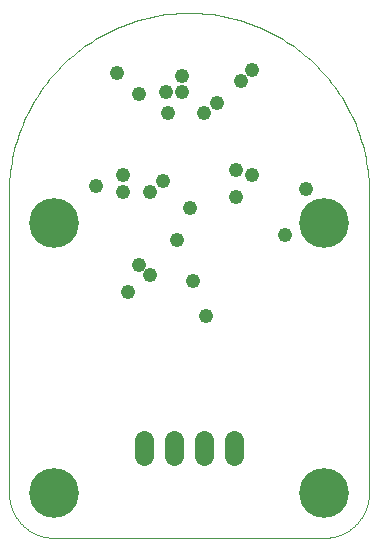
<source format=gbs>
G75*
%MOIN*%
%OFA0B0*%
%FSLAX25Y25*%
%IPPOS*%
%LPD*%
%AMOC8*
5,1,8,0,0,1.08239X$1,22.5*
%
%ADD10C,0.00000*%
%ADD11C,0.06343*%
%ADD12C,0.16611*%
%ADD13C,0.04800*%
D10*
X0001000Y0016603D02*
X0001000Y0116603D01*
X0001018Y0118064D01*
X0001071Y0119524D01*
X0001160Y0120983D01*
X0001284Y0122439D01*
X0001444Y0123891D01*
X0001639Y0125339D01*
X0001870Y0126782D01*
X0002135Y0128219D01*
X0002435Y0129649D01*
X0002770Y0131071D01*
X0003140Y0132485D01*
X0003544Y0133889D01*
X0003982Y0135283D01*
X0004454Y0136666D01*
X0004959Y0138037D01*
X0005498Y0139395D01*
X0006069Y0140740D01*
X0006673Y0142070D01*
X0007309Y0143386D01*
X0007977Y0144685D01*
X0008677Y0145968D01*
X0009408Y0147233D01*
X0010169Y0148481D01*
X0010960Y0149709D01*
X0011781Y0150918D01*
X0012631Y0152106D01*
X0013510Y0153273D01*
X0014417Y0154419D01*
X0015352Y0155542D01*
X0016314Y0156642D01*
X0017302Y0157718D01*
X0018316Y0158770D01*
X0019356Y0159797D01*
X0020420Y0160798D01*
X0021508Y0161774D01*
X0022620Y0162722D01*
X0023754Y0163643D01*
X0024911Y0164536D01*
X0026088Y0165400D01*
X0027287Y0166236D01*
X0028506Y0167042D01*
X0029744Y0167819D01*
X0031000Y0168565D01*
X0032274Y0169280D01*
X0033565Y0169964D01*
X0034873Y0170616D01*
X0036196Y0171236D01*
X0037534Y0171824D01*
X0038885Y0172379D01*
X0040250Y0172901D01*
X0041627Y0173389D01*
X0043016Y0173844D01*
X0044415Y0174265D01*
X0045824Y0174652D01*
X0047242Y0175004D01*
X0048668Y0175322D01*
X0050102Y0175605D01*
X0051542Y0175853D01*
X0052987Y0176066D01*
X0054438Y0176243D01*
X0055892Y0176385D01*
X0057349Y0176492D01*
X0058809Y0176563D01*
X0060269Y0176599D01*
X0061731Y0176599D01*
X0063191Y0176563D01*
X0064651Y0176492D01*
X0066108Y0176385D01*
X0067562Y0176243D01*
X0069013Y0176066D01*
X0070458Y0175853D01*
X0071898Y0175605D01*
X0073332Y0175322D01*
X0074758Y0175004D01*
X0076176Y0174652D01*
X0077585Y0174265D01*
X0078984Y0173844D01*
X0080373Y0173389D01*
X0081750Y0172901D01*
X0083115Y0172379D01*
X0084466Y0171824D01*
X0085804Y0171236D01*
X0087127Y0170616D01*
X0088435Y0169964D01*
X0089726Y0169280D01*
X0091000Y0168565D01*
X0092256Y0167819D01*
X0093494Y0167042D01*
X0094713Y0166236D01*
X0095912Y0165400D01*
X0097089Y0164536D01*
X0098246Y0163643D01*
X0099380Y0162722D01*
X0100492Y0161774D01*
X0101580Y0160798D01*
X0102644Y0159797D01*
X0103684Y0158770D01*
X0104698Y0157718D01*
X0105686Y0156642D01*
X0106648Y0155542D01*
X0107583Y0154419D01*
X0108490Y0153273D01*
X0109369Y0152106D01*
X0110219Y0150918D01*
X0111040Y0149709D01*
X0111831Y0148481D01*
X0112592Y0147233D01*
X0113323Y0145968D01*
X0114023Y0144685D01*
X0114691Y0143386D01*
X0115327Y0142070D01*
X0115931Y0140740D01*
X0116502Y0139395D01*
X0117041Y0138037D01*
X0117546Y0136666D01*
X0118018Y0135283D01*
X0118456Y0133889D01*
X0118860Y0132485D01*
X0119230Y0131071D01*
X0119565Y0129649D01*
X0119865Y0128219D01*
X0120130Y0126782D01*
X0120361Y0125339D01*
X0120556Y0123891D01*
X0120716Y0122439D01*
X0120840Y0120983D01*
X0120929Y0119524D01*
X0120982Y0118064D01*
X0121000Y0116603D01*
X0121000Y0016603D01*
X0120996Y0016241D01*
X0120982Y0015878D01*
X0120961Y0015516D01*
X0120930Y0015155D01*
X0120891Y0014795D01*
X0120843Y0014436D01*
X0120786Y0014078D01*
X0120721Y0013721D01*
X0120647Y0013366D01*
X0120564Y0013013D01*
X0120473Y0012662D01*
X0120374Y0012314D01*
X0120266Y0011968D01*
X0120150Y0011624D01*
X0120025Y0011284D01*
X0119893Y0010947D01*
X0119752Y0010613D01*
X0119603Y0010282D01*
X0119446Y0009955D01*
X0119282Y0009632D01*
X0119110Y0009313D01*
X0118930Y0008999D01*
X0118742Y0008688D01*
X0118547Y0008383D01*
X0118345Y0008082D01*
X0118135Y0007786D01*
X0117919Y0007496D01*
X0117695Y0007210D01*
X0117465Y0006930D01*
X0117228Y0006656D01*
X0116984Y0006388D01*
X0116734Y0006125D01*
X0116478Y0005869D01*
X0116215Y0005619D01*
X0115947Y0005375D01*
X0115673Y0005138D01*
X0115393Y0004908D01*
X0115107Y0004684D01*
X0114817Y0004468D01*
X0114521Y0004258D01*
X0114220Y0004056D01*
X0113915Y0003861D01*
X0113604Y0003673D01*
X0113290Y0003493D01*
X0112971Y0003321D01*
X0112648Y0003157D01*
X0112321Y0003000D01*
X0111990Y0002851D01*
X0111656Y0002710D01*
X0111319Y0002578D01*
X0110979Y0002453D01*
X0110635Y0002337D01*
X0110289Y0002229D01*
X0109941Y0002130D01*
X0109590Y0002039D01*
X0109237Y0001956D01*
X0108882Y0001882D01*
X0108525Y0001817D01*
X0108167Y0001760D01*
X0107808Y0001712D01*
X0107448Y0001673D01*
X0107087Y0001642D01*
X0106725Y0001621D01*
X0106362Y0001607D01*
X0106000Y0001603D01*
X0016000Y0001603D01*
X0015638Y0001607D01*
X0015275Y0001621D01*
X0014913Y0001642D01*
X0014552Y0001673D01*
X0014192Y0001712D01*
X0013833Y0001760D01*
X0013475Y0001817D01*
X0013118Y0001882D01*
X0012763Y0001956D01*
X0012410Y0002039D01*
X0012059Y0002130D01*
X0011711Y0002229D01*
X0011365Y0002337D01*
X0011021Y0002453D01*
X0010681Y0002578D01*
X0010344Y0002710D01*
X0010010Y0002851D01*
X0009679Y0003000D01*
X0009352Y0003157D01*
X0009029Y0003321D01*
X0008710Y0003493D01*
X0008396Y0003673D01*
X0008085Y0003861D01*
X0007780Y0004056D01*
X0007479Y0004258D01*
X0007183Y0004468D01*
X0006893Y0004684D01*
X0006607Y0004908D01*
X0006327Y0005138D01*
X0006053Y0005375D01*
X0005785Y0005619D01*
X0005522Y0005869D01*
X0005266Y0006125D01*
X0005016Y0006388D01*
X0004772Y0006656D01*
X0004535Y0006930D01*
X0004305Y0007210D01*
X0004081Y0007496D01*
X0003865Y0007786D01*
X0003655Y0008082D01*
X0003453Y0008383D01*
X0003258Y0008688D01*
X0003070Y0008999D01*
X0002890Y0009313D01*
X0002718Y0009632D01*
X0002554Y0009955D01*
X0002397Y0010282D01*
X0002248Y0010613D01*
X0002107Y0010947D01*
X0001975Y0011284D01*
X0001850Y0011624D01*
X0001734Y0011968D01*
X0001626Y0012314D01*
X0001527Y0012662D01*
X0001436Y0013013D01*
X0001353Y0013366D01*
X0001279Y0013721D01*
X0001214Y0014078D01*
X0001157Y0014436D01*
X0001109Y0014795D01*
X0001070Y0015155D01*
X0001039Y0015516D01*
X0001018Y0015878D01*
X0001004Y0016241D01*
X0001000Y0016603D01*
D11*
X0046000Y0028831D02*
X0046000Y0034375D01*
X0056000Y0034375D02*
X0056000Y0028831D01*
X0066000Y0028831D02*
X0066000Y0034375D01*
X0076000Y0034375D02*
X0076000Y0028831D01*
D12*
X0106000Y0016603D03*
X0106000Y0106603D03*
X0016000Y0106603D03*
X0016000Y0016603D03*
D13*
X0040645Y0083700D03*
X0044245Y0092700D03*
X0047845Y0089100D03*
X0056845Y0100800D03*
X0061345Y0111600D03*
X0052345Y0120600D03*
X0047845Y0117000D03*
X0038845Y0117000D03*
X0038845Y0122400D03*
X0029845Y0118800D03*
X0044245Y0149400D03*
X0037045Y0156600D03*
X0053245Y0150300D03*
X0054145Y0143100D03*
X0058645Y0150300D03*
X0058645Y0155700D03*
X0065845Y0143100D03*
X0070345Y0146700D03*
X0078445Y0153900D03*
X0082045Y0157500D03*
X0076645Y0124200D03*
X0082045Y0122400D03*
X0076645Y0115200D03*
X0092845Y0102600D03*
X0100045Y0117900D03*
X0066745Y0075600D03*
X0062245Y0087300D03*
M02*

</source>
